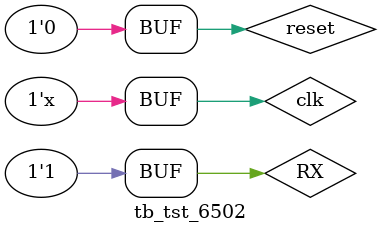
<source format=v>

`timescale 1ns/1ps
`default_nettype none

module tb_tst_6502;
    reg clk;
    reg reset;
	wire [7:0] gpio_o;
	reg [7:0] gpio_i;
	reg RX;
    wire TX;
	wire luma, sync;
	wire CPU_IRQ, CPU_RDY;
    wire spi0_mosi, spi0_miso, spi0_sclk, spi0_cs0;
	
    // clock source
    always
        #125 clk = ~clk;
    
    // reset
    initial
    begin
`ifdef icarus
  		$dumpfile("tb_tst_6502.vcd");
		$dumpvars;
`endif
        
        // init regs
        clk = 1'b0;
        reset = 1'b1;
        RX = 1'b1;
        
        // release reset
        #1000
        reset = 1'b0;
        
`ifdef icarus
        // stop after 1 sec
		#1000000 $finish;
`endif
    end
    
    // Unit under test
    tst_6502 uut(
        .clk(clk),              // 4.028MHz dot clock
        .reset(reset),          // Low-true reset
		.luma(luma),			// video luminance
		.sync(sync),			// video sync
        .gpio_o(gpio_o),        // gpio output
        .gpio_i(gpio_i),        // gpio input
        .RX(RX),                // serial input
        .TX(TX),                // serial output
		.spi0_mosi(spi0_mosi),	// SPI core 0
		.spi0_miso(spi0_miso),
		.spi0_sclk(spi0_sclk),
		.spi0_cs0(spi0_cs0),
		.CPU_IRQ(CPU_IRQ),		// diagnostic
		.CPU_RDY(CPU_RDY)		// diagnostic
    );
endmodule

</source>
